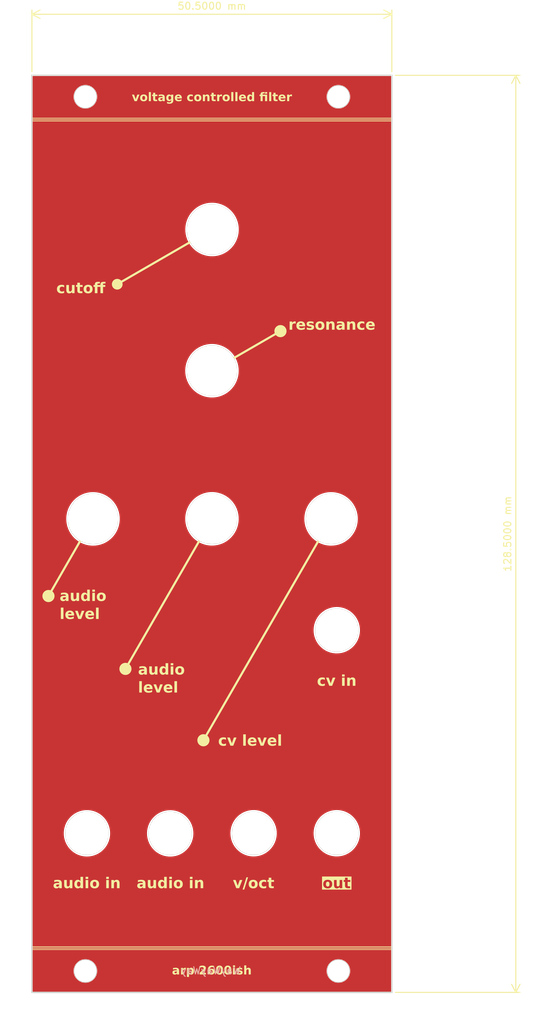
<source format=kicad_pcb>
(kicad_pcb (version 20221018) (generator pcbnew)
  (layers (0 "F.Cu" signal) (31 "B.Cu" signal) (34 "B.Paste" user) (35 "F.Paste" user) (36 "B.SilkS" user "B.Silkscreen") (37 "F.SilkS" user "F.Silkscreen") (38 "B.Mask" user) (39 "F.Mask" user) (44 "Edge.Cuts" user))
  (net 0 "")
  (footprint "LOGO" (layer "F.Cu") (at 184.16 88.62)
    (fp_text reference "G***" hide)
    (fp_text value "LOGO" hide)
  )
  (footprint "MountingHole:MountingHole_6mm" (layer "F.Cu") (at 166.62 130.71)
    (fp_text reference "REF**" hide)
    (fp_text value "MountingHole_6mm" hide)
    (pad "" np_thru_hole circle (at 0 0) (size 6 6) (drill 6) (layers "F&B.Cu" "*.Mask"))
  )
  (footprint "MountingHole:MountingHole_6mm" (layer "F.Cu") (at 178.3 130.72)
    (fp_text reference "REF**" hide)
    (fp_text value "MountingHole_6mm" hide)
    (pad "" np_thru_hole circle (at 0 0) (size 6 6) (drill 6) (layers "F&B.Cu" "*.Mask"))
  )
  (footprint "MountingHole:MountingHole_7mm" (layer "F.Cu") (at 184.16 86.64)
    (fp_text reference "REF**" hide)
    (fp_text value "MountingHole_7mm" hide)
    (pad "" np_thru_hole circle (at 0 0) (size 7 7) (drill 7) (layers "F&B.Cu" "*.Mask"))
  )
  (footprint "MountingHole:MountingHole_6mm" (layer "F.Cu") (at 190 130.7)
    (fp_text reference "REF**" hide)
    (fp_text value "MountingHole_6mm" hide)
    (pad "" np_thru_hole circle (at 0 0) (size 6 6) (drill 6) (layers "F&B.Cu" "*.Mask"))
  )
  (footprint "MountingHole:MountingHole_7mm" (layer "F.Cu") (at 184.17 46.1)
    (fp_text reference "REF**" hide)
    (fp_text value "MountingHole_7mm" hide)
    (pad "" np_thru_hole circle (at 0 0) (size 7 7) (drill 7) (layers "F&B.Cu" "*.Mask"))
  )
  (footprint "MountingHole:MountingHole_7mm" (layer "F.Cu") (at 184.16 65.89)
    (fp_text reference "REF**" hide)
    (fp_text value "MountingHole_7mm" hide)
    (pad "" np_thru_hole circle (at 0 0) (size 7 7) (drill 7) (layers "F&B.Cu" "*.Mask"))
  )
  (footprint "MountingHole:MountingHole_7mm" (layer "F.Cu") (at 200.87 86.65)
    (fp_text reference "REF**" hide)
    (fp_text value "MountingHole_7mm" hide)
    (pad "" np_thru_hole circle (at 0 0) (size 7 7) (drill 7) (layers "F&B.Cu" "*.Mask"))
  )
  (footprint "MountingHole:MountingHole_7mm" (layer "F.Cu") (at 167.47 86.65)
    (fp_text reference "REF**" hide)
    (fp_text value "MountingHole_7mm" hide)
    (pad "" np_thru_hole circle (at 0 0) (size 7 7) (drill 7) (layers "F&B.Cu" "*.Mask"))
  )
  (footprint "MountingHole:MountingHole_6mm" (layer "F.Cu") (at 201.67 130.7)
    (fp_text reference "REF**" hide)
    (fp_text value "MountingHole_6mm" hide)
    (pad "" np_thru_hole circle (at 0 0) (size 6 6) (drill 6) (layers "F&B.Cu" "*.Mask"))
  )
  (footprint "MountingHole:MountingHole_6mm" (layer "F.Cu") (at 201.67 102.25)
    (fp_text reference "REF**" hide)
    (fp_text value "MountingHole_6mm" hide)
    (pad "" np_thru_hole circle (at 0 0) (size 6 6) (drill 6) (layers "*.Cu" "*.Mask"))
  )
  (gr_line (start 209.4 146.6) (end 158.9 146.6) (stroke (width 0.1)) (layer "F.SilkS"))
  (gr_line (start 209.4 147) (end 158.9 147) (stroke (width 0.1)) (layer "F.SilkS"))
  (gr_line (start 200.874275 86.65) (end 182.96 117.67) (stroke (width 0.3)) (layer "F.SilkS"))
  (gr_line (start 184.16 86.65) (end 172.02 107.67) (stroke (width 0.3)) (layer "F.SilkS"))
  (gr_line (start 184.16 65.88) (end 193.77 60.34) (stroke (width 0.3)) (layer "F.SilkS"))
  (gr_line (start 158.9 30.7) (end 209.4 30.7) (stroke (width 0.1)) (layer "F.SilkS"))
  (gr_circle (center 170.87 53.77) (end 171.57 53.77) (stroke (width 0.1)) (fill solid) (layer "F.SilkS"))
  (gr_circle (center 182.96 117.67) (end 183.66 117.67) (stroke (width 0.3)) (fill solid) (layer "F.SilkS"))
  (gr_circle (center 161.22 97.46) (end 161.92 97.46) (stroke (width 0.3)) (fill solid) (layer "F.SilkS"))
  (gr_line (start 158.9 30.9) (end 209.4 30.9) (stroke (width 0.1)) (layer "F.SilkS"))
  (gr_circle (center 193.77 60.34) (end 194.47 60.34) (stroke (width 0.3)) (fill solid) (layer "F.SilkS"))
  (gr_circle (center 172.02 107.67) (end 172.72 107.67) (stroke (width 0.3)) (fill solid) (layer "F.SilkS"))
  (gr_line (start 209.4 146.8) (end 158.9 146.8) (stroke (width 0.1)) (layer "F.SilkS"))
  (gr_line (start 158.9 30.5) (end 209.4 30.5) (stroke (width 0.1)) (layer "F.SilkS"))
  (gr_line (start 167.46 86.65) (end 161.22 97.46) (stroke (width 0.3)) (layer "F.SilkS"))
  (gr_line (start 184.16 46.1) (end 170.87 53.77) (stroke (width 0.3)) (layer "F.SilkS"))
  (gr_circle locked (center 201.9 27.5) (end 203.5 27.5) (stroke (width 0.1)) (fill none) (layer "Edge.Cuts"))
  (gr_circle locked (center 178.29 130.71) (end 181.29 130.71) (stroke (width 0.1)) (fill none) (layer "Edge.Cuts"))
  (gr_circle locked (center 166.4 27.5) (end 168 27.5) (stroke (width 0.1)) (fill none) (layer "Edge.Cuts"))
  (gr_circle locked (center 189.99 130.71) (end 192.99 130.71) (stroke (width 0.1)) (fill none) (layer "Edge.Cuts"))
  (gr_circle locked (center 201.9 150) (end 203.5 150) (stroke (width 0.1)) (fill none) (layer "Edge.Cuts"))
  (gr_circle locked (center 184.16 86.65) (end 187.65 86.85) (stroke (width 0.1)) (fill none) (layer "Edge.Cuts"))
  (gr_circle locked (center 167.46 86.65) (end 170.96 86.65) (stroke (width 0.1)) (fill none) (layer "Edge.Cuts"))
  (gr_circle locked (center 166.61 130.71) (end 169.61 130.71) (stroke (width 0.1)) (fill none) (layer "Edge.Cuts"))
  (gr_circle locked (center 184.16 46.1) (end 187.655726 46.1) (stroke (width 0.1)) (fill none) (layer "Edge.Cuts"))
  (gr_circle locked (center 166.4 150) (end 168 150) (stroke (width 0.1)) (fill none) (layer "Edge.Cuts"))
  (gr_circle locked (center 201.67 130.71) (end 204.67 130.71) (stroke (width 0.1)) (fill none) (layer "Edge.Cuts"))
  (gr_circle locked (center 184.16 65.88) (end 187.655726 65.88) (stroke (width 0.1)) (fill none) (layer "Edge.Cuts"))
  (gr_circle locked (center 200.874275 86.65) (end 204.370001 86.65) (stroke (width 0.1)) (fill none) (layer "Edge.Cuts"))
  (gr_rect locked (start 158.9 24.5) (end 209.4 153) (stroke (width 0.2)) (fill none) (layer "Edge.Cuts"))
  (gr_circle locked (center 201.67 102.25) (end 204.67 102.25) (stroke (width 0.1)) (fill none) (layer "Edge.Cuts"))
  (gr_text "WayWayWay" (at 188.32 150.54) (layer "B.SilkS") (effects (font (size 1 1)) (justify left bottom mirror)))
  (gr_text "v/oct\n " (at 190 136.9) (layer "F.SilkS") (effects (font (size 1.5 1.5) (thickness 0.3) bold) (justify top)))
  (gr_text "resonance" (at 200.99 60.4) (layer "F.SilkS") (effects (font (size 1.5 1.5) (thickness 0.3) bold) (justify bottom)))
  (gr_text "cutoff" (at 165.76 55.28) (layer "F.SilkS") (effects (font (size 1.5 1.5) (thickness 0.3) bold) (justify bottom)))
  (gr_text "voltage controlled filter" (at 184.15 27.62) (layer "F.SilkS") (effects (font (size 1.2 1.2) (thickness 0.24) bold)))
  (gr_text "audio in\n " (at 166.6 136.9) (layer "F.SilkS") (effects (font (size 1.5 1.5) (thickness 0.3) bold) (justify top)))
  (gr_text "audio \nlevel" (at 173.78 111.24) (layer "F.SilkS") (effects (font (size 1.5 1.5) (thickness 0.3) bold) (justify left bottom)))
  (gr_text "audio in\n " (at 178.34 136.9) (layer "F.SilkS") (effects (font (size 1.5 1.5) (thickness 0.3) bold) (justify top)))
  (gr_text "cv level" (at 189.52 118.69) (layer "F.SilkS") (effects (font (size 1.5 1.5) (thickness 0.3) bold) (justify bottom)))
  (gr_text "arp 2600ish" (at 184.14 149.99) (layer "F.SilkS") (effects (font (size 1.2 1.2) (thickness 0.3) bold)))
  (gr_text "out" (at 201.65 136.9) (layer "F.SilkS" knockout) (effects (font (size 1.5 1.5) (thickness 0.3) bold) (justify top)))
  (gr_text "cv in\n " (at 201.67 108.54) (layer "F.SilkS") (effects (font (size 1.5 1.5) (thickness 0.3) bold) (justify top)))
  (gr_text "audio \nlevel" (at 162.78 100.93) (layer "F.SilkS") (effects (font (size 1.5 1.5) (thickness 0.3) bold) (justify left bottom)))
  (dimension (type aligned) (layer "F.SilkS") (pts (xy 158.9 24.5) (xy 209.4 24.5)) (height -8.56) (gr_text "50.5000 mm" (at 184.15 14.79) (layer "F.SilkS") (effects (font (size 1 1) (thickness 0.15)))) (format (prefix "") (suffix "") (units 3) (units_format 1) (precision 4)) (style (thickness 0.15) (arrow_length 1.27) (text_position_mode 0) (extension_height 0.58642) (extension_offset 0.5) keep_text_aligned))
  (dimension (type aligned) (layer "F.SilkS") (pts (xy 209.4 24.5) (xy 209.4 153)) (height -17.39) (gr_text "128.5000 mm" (at 225.64 88.75 90) (layer "F.SilkS") (effects (font (size 1 1) (thickness 0.15)))) (format (prefix "") (suffix "") (units 3) (units_format 1) (precision 4)) (style (thickness 0.15) (arrow_length 1.27) (text_position_mode 0) (extension_height 0.58642) (extension_offset 0.5) keep_text_aligned))
  (zone (net 0) (net_name "") (layer "F.Cu") (connect_pads (clearance 0.5)) (min_thickness 0.25) (fill yes (thermal_gap 0.5) (thermal_bridge_width 0.5) (island_removal_mode 1) (island_area_min 10))
    (polygon (pts (xy 157.54 23.08) (xy 210.54 22.15) (xy 212.99 157.44) (xy 154.42 155.33) (xy 157.63 22.83)))
  )
)
</source>
